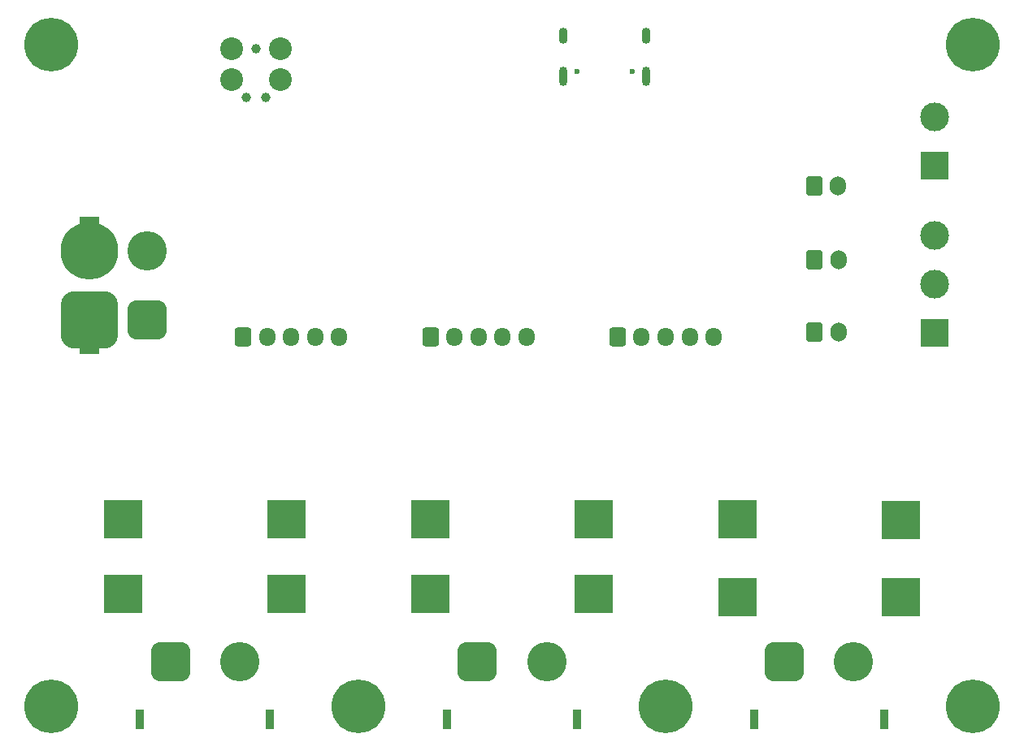
<source format=gbr>
%TF.GenerationSoftware,KiCad,Pcbnew,7.0.1*%
%TF.CreationDate,2023-07-17T00:52:35+01:00*%
%TF.ProjectId,Motor Driver Board,4d6f746f-7220-4447-9269-76657220426f,rev?*%
%TF.SameCoordinates,Original*%
%TF.FileFunction,Soldermask,Bot*%
%TF.FilePolarity,Negative*%
%FSLAX46Y46*%
G04 Gerber Fmt 4.6, Leading zero omitted, Abs format (unit mm)*
G04 Created by KiCad (PCBNEW 7.0.1) date 2023-07-17 00:52:35*
%MOMM*%
%LPD*%
G01*
G04 APERTURE LIST*
G04 Aperture macros list*
%AMRoundRect*
0 Rectangle with rounded corners*
0 $1 Rounding radius*
0 $2 $3 $4 $5 $6 $7 $8 $9 X,Y pos of 4 corners*
0 Add a 4 corners polygon primitive as box body*
4,1,4,$2,$3,$4,$5,$6,$7,$8,$9,$2,$3,0*
0 Add four circle primitives for the rounded corners*
1,1,$1+$1,$2,$3*
1,1,$1+$1,$4,$5*
1,1,$1+$1,$6,$7*
1,1,$1+$1,$8,$9*
0 Add four rect primitives between the rounded corners*
20,1,$1+$1,$2,$3,$4,$5,0*
20,1,$1+$1,$4,$5,$6,$7,0*
20,1,$1+$1,$6,$7,$8,$9,0*
20,1,$1+$1,$8,$9,$2,$3,0*%
G04 Aperture macros list end*
%ADD10RoundRect,0.250000X-0.600000X-0.750000X0.600000X-0.750000X0.600000X0.750000X-0.600000X0.750000X0*%
%ADD11O,1.700000X2.000000*%
%ADD12RoundRect,0.250000X-0.600000X-0.725000X0.600000X-0.725000X0.600000X0.725000X-0.600000X0.725000X0*%
%ADD13O,1.700000X1.950000*%
%ADD14C,5.600000*%
%ADD15R,3.000000X3.000000*%
%ADD16C,3.000000*%
%ADD17RoundRect,1.025000X1.025000X1.025000X-1.025000X1.025000X-1.025000X-1.025000X1.025000X-1.025000X0*%
%ADD18C,4.100000*%
%ADD19R,0.900000X2.000000*%
%ADD20C,0.600000*%
%ADD21O,0.900000X2.000000*%
%ADD22O,0.900000X1.700000*%
%ADD23RoundRect,1.025000X1.025000X-1.025000X1.025000X1.025000X-1.025000X1.025000X-1.025000X-1.025000X0*%
%ADD24R,2.000000X0.900000*%
%ADD25RoundRect,1.500000X1.500000X-1.500000X1.500000X1.500000X-1.500000X1.500000X-1.500000X-1.500000X0*%
%ADD26C,6.000000*%
%ADD27C,2.374900*%
%ADD28C,0.990600*%
G04 APERTURE END LIST*
G36*
X157500000Y-110500000D02*
G01*
X161500000Y-110500000D01*
X161500000Y-114500000D01*
X157500000Y-114500000D01*
X157500000Y-110500000D01*
G37*
G36*
X189500000Y-110600000D02*
G01*
X193500000Y-110600000D01*
X193500000Y-114600000D01*
X189500000Y-114600000D01*
X189500000Y-110600000D01*
G37*
G36*
X140500000Y-118300000D02*
G01*
X144500000Y-118300000D01*
X144500000Y-122300000D01*
X140500000Y-122300000D01*
X140500000Y-118300000D01*
G37*
G36*
X125500000Y-118300000D02*
G01*
X129500000Y-118300000D01*
X129500000Y-122300000D01*
X125500000Y-122300000D01*
X125500000Y-118300000D01*
G37*
G36*
X157500000Y-118300000D02*
G01*
X161500000Y-118300000D01*
X161500000Y-122300000D01*
X157500000Y-122300000D01*
X157500000Y-118300000D01*
G37*
G36*
X172500000Y-118600000D02*
G01*
X176500000Y-118600000D01*
X176500000Y-122600000D01*
X172500000Y-122600000D01*
X172500000Y-118600000D01*
G37*
G36*
X140500000Y-110500000D02*
G01*
X144500000Y-110500000D01*
X144500000Y-114500000D01*
X140500000Y-114500000D01*
X140500000Y-110500000D01*
G37*
G36*
X108500000Y-110500000D02*
G01*
X112500000Y-110500000D01*
X112500000Y-114500000D01*
X108500000Y-114500000D01*
X108500000Y-110500000D01*
G37*
G36*
X189500000Y-118600000D02*
G01*
X193500000Y-118600000D01*
X193500000Y-122600000D01*
X189500000Y-122600000D01*
X189500000Y-118600000D01*
G37*
G36*
X172500000Y-110500000D02*
G01*
X176500000Y-110500000D01*
X176500000Y-114500000D01*
X172500000Y-114500000D01*
X172500000Y-110500000D01*
G37*
G36*
X125500000Y-110500000D02*
G01*
X129500000Y-110500000D01*
X129500000Y-114500000D01*
X125500000Y-114500000D01*
X125500000Y-110500000D01*
G37*
G36*
X108500000Y-118300000D02*
G01*
X112500000Y-118300000D01*
X112500000Y-122300000D01*
X108500000Y-122300000D01*
X108500000Y-118300000D01*
G37*
D10*
%TO.C,J201*%
X182500000Y-92975000D03*
D11*
X185000000Y-92975000D03*
%TD*%
D12*
%TO.C,J406*%
X142500000Y-93500000D03*
D13*
X145000000Y-93500000D03*
X147500000Y-93500000D03*
X150000000Y-93500000D03*
X152500000Y-93500000D03*
%TD*%
D14*
%TO.C,H106*%
X167000000Y-132000000D03*
%TD*%
D15*
%TO.C,J302*%
X195000000Y-93080000D03*
D16*
X195000000Y-88000000D03*
X195000000Y-82920000D03*
%TD*%
D17*
%TO.C,J404*%
X147400000Y-127350000D03*
D18*
X154600000Y-127350000D03*
D19*
X144250000Y-133350000D03*
X157750000Y-133350000D03*
%TD*%
D20*
%TO.C,J303*%
X163540000Y-65780000D03*
X157760000Y-65780000D03*
D21*
X164975000Y-66270000D03*
X156325000Y-66270000D03*
D22*
X164975000Y-62100000D03*
X156325000Y-62100000D03*
%TD*%
D10*
%TO.C,J204*%
X182475000Y-77775000D03*
D11*
X184975000Y-77775000D03*
%TD*%
D12*
%TO.C,J409*%
X123000000Y-93500000D03*
D13*
X125500000Y-93500000D03*
X128000000Y-93500000D03*
X130500000Y-93500000D03*
X133000000Y-93500000D03*
%TD*%
D10*
%TO.C,J203*%
X182500000Y-85400000D03*
D11*
X185000000Y-85400000D03*
%TD*%
D12*
%TO.C,J407*%
X162000000Y-93500000D03*
D13*
X164500000Y-93500000D03*
X167000000Y-93500000D03*
X169500000Y-93500000D03*
X172000000Y-93500000D03*
%TD*%
D23*
%TO.C,J403*%
X113000000Y-91700000D03*
D18*
X113000000Y-84500000D03*
D24*
X107000000Y-94850000D03*
X107000000Y-81350000D03*
%TD*%
D25*
%TO.C,J405*%
X107000000Y-91700000D03*
D26*
X107000000Y-84500000D03*
%TD*%
D17*
%TO.C,J402*%
X115400000Y-127350000D03*
D18*
X122600000Y-127350000D03*
D19*
X112250000Y-133350000D03*
X125750000Y-133350000D03*
%TD*%
D14*
%TO.C,H105*%
X135000000Y-132000000D03*
%TD*%
%TO.C,H101*%
X103000000Y-63000000D03*
%TD*%
%TO.C,H103*%
X199000000Y-63000000D03*
%TD*%
%TO.C,H102*%
X103000000Y-132000000D03*
%TD*%
%TO.C,H104*%
X199000000Y-132000000D03*
%TD*%
D27*
%TO.C,J301*%
X126840000Y-63460000D03*
D28*
X124300000Y-63460000D03*
D27*
X121760000Y-63460000D03*
X126840000Y-66635000D03*
X121760000Y-66635000D03*
D28*
X125316000Y-68540000D03*
X123284000Y-68540000D03*
%TD*%
D15*
%TO.C,J202*%
X195000000Y-75640000D03*
D16*
X195000000Y-70560000D03*
%TD*%
D17*
%TO.C,J401*%
X179400000Y-127350000D03*
D18*
X186600000Y-127350000D03*
D19*
X176250000Y-133350000D03*
X189750000Y-133350000D03*
%TD*%
M02*

</source>
